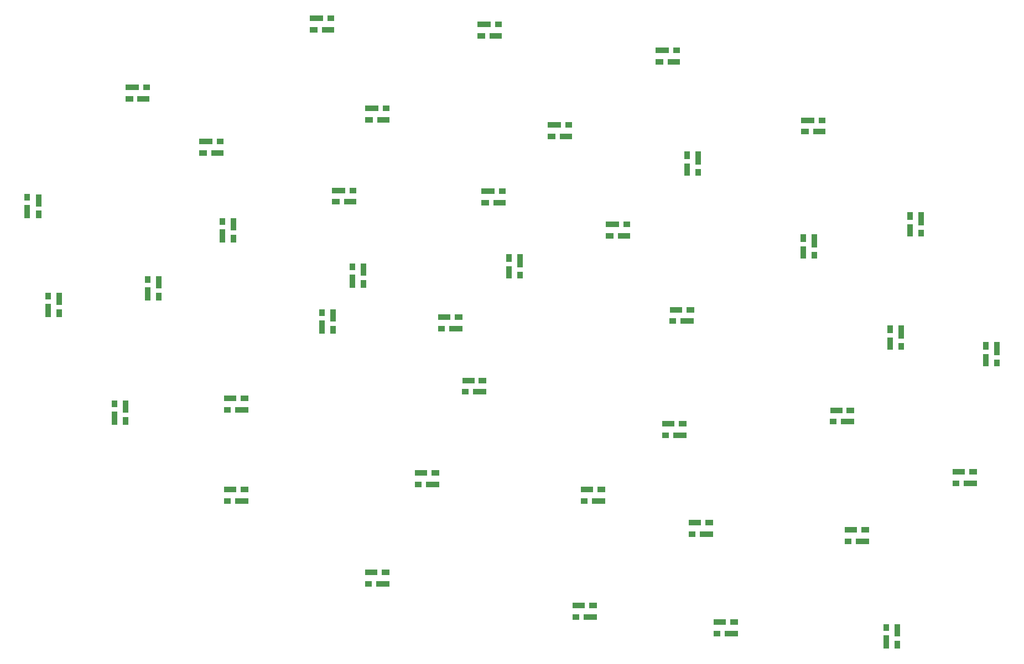
<source format=gbp>
G04 EAGLE Gerber RS-274X export*
G75*
%MOMM*%
%FSLAX34Y34*%
%LPD*%
%INSolderpaste Bottom*%
%IPPOS*%
%AMOC8*
5,1,8,0,0,1.08239X$1,22.5*%
G01*
%ADD10R,0.850000X1.900000*%
%ADD11R,0.850000X1.000000*%
%ADD12R,0.850000X1.150000*%
%ADD13R,0.850000X2.000000*%
%ADD14R,1.900000X0.850000*%
%ADD15R,1.000000X0.850000*%
%ADD16R,1.150000X0.850000*%
%ADD17R,2.000000X0.850000*%


D10*
X823608Y850028D03*
D11*
X841108Y845528D03*
D12*
X823608Y871778D03*
D13*
X841108Y867528D03*
D10*
X601332Y853550D03*
D11*
X583832Y858050D03*
D12*
X601332Y831800D03*
D13*
X583832Y836050D03*
D14*
X724806Y781164D03*
D15*
X720306Y763664D03*
D16*
X746556Y781164D03*
D17*
X742306Y763664D03*
D14*
X1079390Y792340D03*
D15*
X1074890Y774840D03*
D16*
X1101140Y792340D03*
D17*
X1096890Y774840D03*
D14*
X999600Y905650D03*
D15*
X1004100Y923150D03*
D16*
X977850Y905650D03*
D17*
X982100Y923150D03*
D14*
X809100Y956450D03*
D15*
X813600Y973950D03*
D16*
X787350Y956450D03*
D17*
X791600Y973950D03*
D14*
X580500Y957720D03*
D15*
X585000Y975220D03*
D16*
X558750Y957720D03*
D17*
X563000Y975220D03*
D10*
X402450Y923400D03*
D11*
X384950Y927900D03*
D12*
X402450Y901650D03*
D13*
X384950Y905900D03*
D10*
X554850Y783700D03*
D11*
X537350Y788200D03*
D12*
X554850Y761950D03*
D13*
X537350Y766200D03*
D14*
X761636Y683882D03*
D15*
X757136Y666382D03*
D16*
X783386Y683882D03*
D17*
X779136Y666382D03*
D14*
X1067960Y617588D03*
D15*
X1063460Y600088D03*
D16*
X1089710Y617588D03*
D17*
X1085460Y600088D03*
D14*
X1324754Y638162D03*
D15*
X1320254Y620662D03*
D16*
X1346504Y638162D03*
D17*
X1342254Y620662D03*
D10*
X1407046Y740554D03*
D11*
X1424546Y736054D03*
D12*
X1407046Y762304D03*
D13*
X1424546Y758054D03*
D10*
X1273950Y880000D03*
D11*
X1291450Y875500D03*
D12*
X1273950Y901750D03*
D13*
X1291450Y897500D03*
D10*
X1096150Y1007000D03*
D11*
X1113650Y1002500D03*
D12*
X1096150Y1028750D03*
D13*
X1113650Y1024500D03*
D14*
X910700Y1058050D03*
D15*
X915200Y1075550D03*
D16*
X888950Y1058050D03*
D17*
X893200Y1075550D03*
D14*
X631300Y1083450D03*
D15*
X635800Y1100950D03*
D16*
X609550Y1083450D03*
D17*
X613800Y1100950D03*
D14*
X377300Y1032650D03*
D15*
X381800Y1050150D03*
D16*
X355550Y1032650D03*
D17*
X359800Y1050150D03*
D10*
X288150Y834500D03*
D11*
X270650Y839000D03*
D12*
X288150Y812750D03*
D13*
X270650Y817000D03*
D14*
X397400Y656450D03*
D15*
X392900Y638950D03*
D16*
X419150Y656450D03*
D17*
X414900Y638950D03*
D14*
X689500Y542150D03*
D15*
X685000Y524650D03*
D16*
X711250Y542150D03*
D17*
X707000Y524650D03*
D14*
X943500Y516750D03*
D15*
X939000Y499250D03*
D16*
X965250Y516750D03*
D17*
X961000Y499250D03*
D14*
X1108600Y465950D03*
D15*
X1104100Y448450D03*
D16*
X1130350Y465950D03*
D17*
X1126100Y448450D03*
D14*
X1347360Y454774D03*
D15*
X1342860Y437274D03*
D16*
X1369110Y454774D03*
D17*
X1364860Y437274D03*
D14*
X1512460Y543928D03*
D15*
X1507960Y526428D03*
D16*
X1534210Y543928D03*
D17*
X1529960Y526428D03*
D10*
X1553350Y714900D03*
D11*
X1570850Y710400D03*
D12*
X1553350Y736650D03*
D13*
X1570850Y732400D03*
D10*
X1437272Y914036D03*
D11*
X1454772Y909536D03*
D12*
X1437272Y935786D03*
D13*
X1454772Y931536D03*
D14*
X1298558Y1065162D03*
D15*
X1303058Y1082662D03*
D16*
X1276808Y1065162D03*
D17*
X1281058Y1082662D03*
D14*
X1075800Y1172350D03*
D15*
X1080300Y1189850D03*
D16*
X1054050Y1172350D03*
D17*
X1058300Y1189850D03*
D14*
X803258Y1211974D03*
D15*
X807758Y1229474D03*
D16*
X781508Y1211974D03*
D17*
X785758Y1229474D03*
D14*
X546718Y1221626D03*
D15*
X551218Y1239126D03*
D16*
X524968Y1221626D03*
D17*
X529218Y1239126D03*
D14*
X264524Y1115454D03*
D15*
X269024Y1132954D03*
D16*
X242774Y1115454D03*
D17*
X247024Y1132954D03*
D10*
X104000Y959976D03*
D11*
X86500Y964476D03*
D12*
X104000Y938226D03*
D13*
X86500Y942476D03*
D10*
X135750Y809100D03*
D11*
X118250Y813600D03*
D12*
X135750Y787350D03*
D13*
X118250Y791600D03*
D10*
X237350Y644000D03*
D11*
X219850Y648500D03*
D12*
X237350Y622250D03*
D13*
X219850Y626500D03*
D14*
X397400Y516750D03*
D15*
X392900Y499250D03*
D16*
X419150Y516750D03*
D17*
X414900Y499250D03*
D14*
X613300Y389750D03*
D15*
X608800Y372250D03*
D16*
X635050Y389750D03*
D17*
X630800Y372250D03*
D14*
X930800Y338950D03*
D15*
X926300Y321450D03*
D16*
X952550Y338950D03*
D17*
X948300Y321450D03*
D14*
X1146700Y313550D03*
D15*
X1142200Y296050D03*
D16*
X1168450Y313550D03*
D17*
X1164200Y296050D03*
D10*
X1418450Y301100D03*
D11*
X1400950Y305600D03*
D12*
X1418450Y279350D03*
D13*
X1400950Y283600D03*
M02*

</source>
